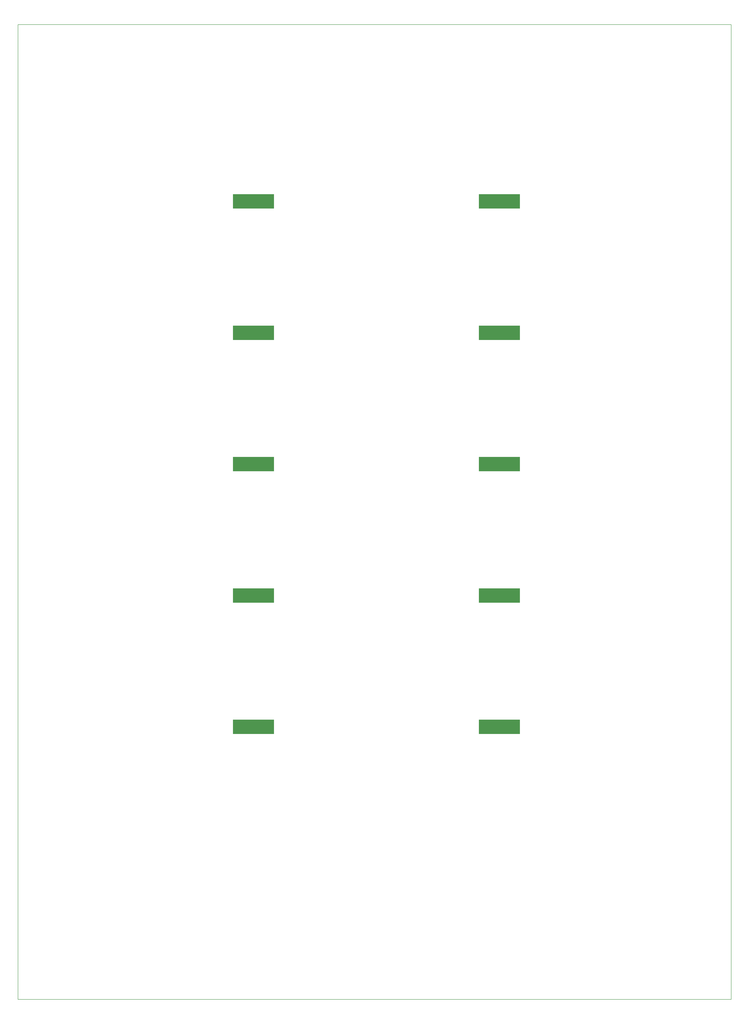
<source format=gko>
%FSTAX23Y23*%
%MOIN*%
%SFA1B1*%

%IPPOS*%
%ADD15C,0.005000*%
%ADD99R,0.708660X0.248030*%
%LNcontrolboardv1-1*%
%LPD*%
G54D99*
X04056Y04694D03*
G54D15*
X0Y0D02*
X12286D01*
Y16786*
X0*
Y0*
G54D99*
X04056Y04694D03*
X08294D03*
D03*
X04056Y06956D03*
D03*
X08294D03*
D03*
X04056Y09217D03*
D03*
X08294D03*
D03*
X04056Y11479D03*
D03*
X08294D03*
D03*
X04056Y13741D03*
D03*
X08294D03*
D03*
M02*
</source>
